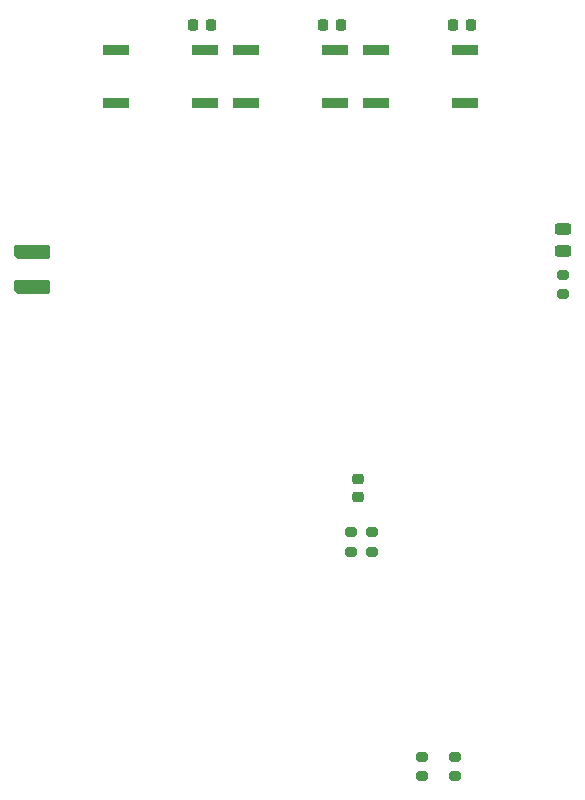
<source format=gbr>
%TF.GenerationSoftware,KiCad,Pcbnew,9.0.5*%
%TF.CreationDate,2025-11-15T02:11:42-05:00*%
%TF.ProjectId,CreditCard,43726564-6974-4436-9172-642e6b696361,rev?*%
%TF.SameCoordinates,Original*%
%TF.FileFunction,Paste,Top*%
%TF.FilePolarity,Positive*%
%FSLAX46Y46*%
G04 Gerber Fmt 4.6, Leading zero omitted, Abs format (unit mm)*
G04 Created by KiCad (PCBNEW 9.0.5) date 2025-11-15 02:11:42*
%MOMM*%
%LPD*%
G01*
G04 APERTURE LIST*
G04 Aperture macros list*
%AMRoundRect*
0 Rectangle with rounded corners*
0 $1 Rounding radius*
0 $2 $3 $4 $5 $6 $7 $8 $9 X,Y pos of 4 corners*
0 Add a 4 corners polygon primitive as box body*
4,1,4,$2,$3,$4,$5,$6,$7,$8,$9,$2,$3,0*
0 Add four circle primitives for the rounded corners*
1,1,$1+$1,$2,$3*
1,1,$1+$1,$4,$5*
1,1,$1+$1,$6,$7*
1,1,$1+$1,$8,$9*
0 Add four rect primitives between the rounded corners*
20,1,$1+$1,$2,$3,$4,$5,0*
20,1,$1+$1,$4,$5,$6,$7,0*
20,1,$1+$1,$6,$7,$8,$9,0*
20,1,$1+$1,$8,$9,$2,$3,0*%
%AMFreePoly0*
4,1,18,-1.500000,0.437500,-1.485727,0.509253,-1.445083,0.570083,-1.384253,0.610727,-1.312500,0.625000,1.187500,0.625000,1.500000,0.312500,1.500000,-0.437500,1.485727,-0.509253,1.445083,-0.570083,1.384253,-0.610727,1.312500,-0.625000,-1.312500,-0.625000,-1.384253,-0.610727,-1.445083,-0.570083,-1.485727,-0.509253,-1.500000,-0.437500,-1.500000,0.437500,-1.500000,0.437500,$1*%
G04 Aperture macros list end*
%ADD10R,2.209800X0.863600*%
%ADD11RoundRect,0.200000X0.275000X-0.200000X0.275000X0.200000X-0.275000X0.200000X-0.275000X-0.200000X0*%
%ADD12RoundRect,0.200000X-0.275000X0.200000X-0.275000X-0.200000X0.275000X-0.200000X0.275000X0.200000X0*%
%ADD13RoundRect,0.225000X0.250000X-0.225000X0.250000X0.225000X-0.250000X0.225000X-0.250000X-0.225000X0*%
%ADD14FreePoly0,180.000000*%
%ADD15RoundRect,0.225000X-0.225000X-0.250000X0.225000X-0.250000X0.225000X0.250000X-0.225000X0.250000X0*%
%ADD16RoundRect,0.243750X-0.456250X0.243750X-0.456250X-0.243750X0.456250X-0.243750X0.456250X0.243750X0*%
G04 APERTURE END LIST*
D10*
%TO.C,U6*%
X121753500Y-39749999D03*
X129246500Y-39749999D03*
X121753500Y-44250001D03*
X129246500Y-44250001D03*
%TD*%
D11*
%TO.C,R3*%
X148600000Y-60425000D03*
X148600000Y-58775000D03*
%TD*%
D12*
%TO.C,R21*%
X136600000Y-99575000D03*
X136600000Y-101225000D03*
%TD*%
D10*
%TO.C,U7*%
X132753500Y-39749999D03*
X140246500Y-39749999D03*
X132753500Y-44250001D03*
X140246500Y-44250001D03*
%TD*%
D13*
%TO.C,C2*%
X131200000Y-77575000D03*
X131200000Y-76025000D03*
%TD*%
D10*
%TO.C,U5*%
X110753500Y-39749999D03*
X118246500Y-39749999D03*
X110753500Y-44250001D03*
X118246500Y-44250001D03*
%TD*%
D14*
%TO.C,F5*%
X103575000Y-59800000D03*
%TD*%
D15*
%TO.C,C19*%
X117225000Y-37600000D03*
X118775000Y-37600000D03*
%TD*%
D12*
%TO.C,R1*%
X130600000Y-80575000D03*
X130600000Y-82225000D03*
%TD*%
D15*
%TO.C,C21*%
X139225000Y-37600000D03*
X140775000Y-37600000D03*
%TD*%
D16*
%TO.C,D1*%
X148600000Y-54862500D03*
X148600000Y-56737500D03*
%TD*%
D11*
%TO.C,R19*%
X139400000Y-101225000D03*
X139400000Y-99575000D03*
%TD*%
D15*
%TO.C,C20*%
X128225000Y-37600000D03*
X129775000Y-37600000D03*
%TD*%
D14*
%TO.C,F6*%
X103575000Y-56800000D03*
%TD*%
D11*
%TO.C,R2*%
X132400000Y-82225000D03*
X132400000Y-80575000D03*
%TD*%
M02*

</source>
